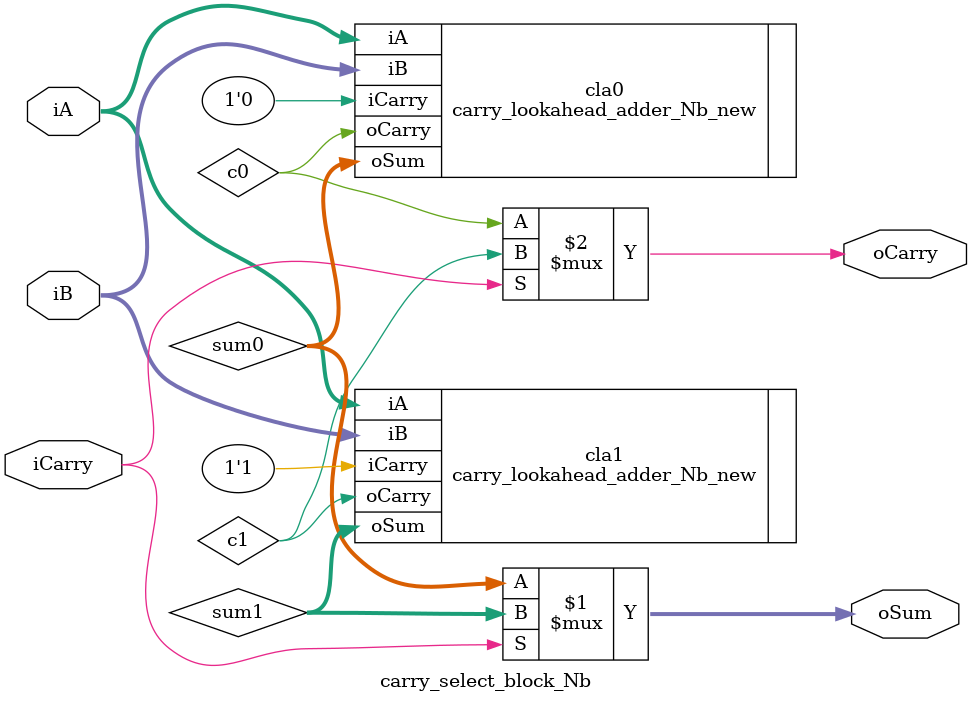
<source format=v>
`timescale 1ns / 1ps


module carry_select_block_Nb #(
    parameter N = 8
)(
    input  wire [N-1:0] iA,
    input  wire [N-1:0] iB,
    input  wire         iCarry,  // 本段的实际进位
    output wire [N-1:0] oSum,
    output wire        oCarry
);

    // 预计算两种进位下的局部和与局部进位
    wire [N-1:0] sum0, sum1;
    wire         c0,   c1;

    // 假设进位=0
    carry_lookahead_adder_Nb_new #(.N(N)) cla0 (
        .iA    (iA),
        .iB    (iB),
        .iCarry(1'b0),
        .oSum  (sum0),
        .oCarry(c0)
    );

    // 假设进位=1
    carry_lookahead_adder_Nb_new #(.N(N)) cla1 (
        .iA    (iA),
        .iB    (iB),
        .iCarry(1'b1),
        .oSum  (sum1),
        .oCarry(c1)
    );

    // 根据真正进位选出对应的和与进位
    assign oSum   = iCarry ? sum1 : sum0;
    assign oCarry = iCarry ? c1    : c0;

endmodule


</source>
